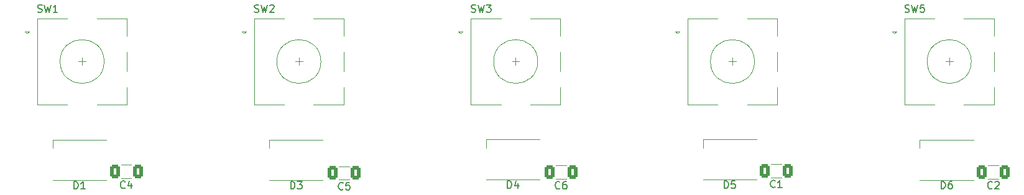
<source format=gto>
%TF.GenerationSoftware,KiCad,Pcbnew,7.0.7*%
%TF.CreationDate,2024-03-19T10:01:58+01:00*%
%TF.ProjectId,Poly_UA_controller_5enc_5sw,506f6c79-5f55-4415-9f63-6f6e74726f6c,rev?*%
%TF.SameCoordinates,Original*%
%TF.FileFunction,Legend,Top*%
%TF.FilePolarity,Positive*%
%FSLAX46Y46*%
G04 Gerber Fmt 4.6, Leading zero omitted, Abs format (unit mm)*
G04 Created by KiCad (PCBNEW 7.0.7) date 2024-03-19 10:01:58*
%MOMM*%
%LPD*%
G01*
G04 APERTURE LIST*
G04 Aperture macros list*
%AMRoundRect*
0 Rectangle with rounded corners*
0 $1 Rounding radius*
0 $2 $3 $4 $5 $6 $7 $8 $9 X,Y pos of 4 corners*
0 Add a 4 corners polygon primitive as box body*
4,1,4,$2,$3,$4,$5,$6,$7,$8,$9,$2,$3,0*
0 Add four circle primitives for the rounded corners*
1,1,$1+$1,$2,$3*
1,1,$1+$1,$4,$5*
1,1,$1+$1,$6,$7*
1,1,$1+$1,$8,$9*
0 Add four rect primitives between the rounded corners*
20,1,$1+$1,$2,$3,$4,$5,0*
20,1,$1+$1,$4,$5,$6,$7,0*
20,1,$1+$1,$6,$7,$8,$9,0*
20,1,$1+$1,$8,$9,$2,$3,0*%
G04 Aperture macros list end*
%ADD10C,0.150000*%
%ADD11C,0.120000*%
%ADD12R,1.700000X1.700000*%
%ADD13O,1.700000X1.700000*%
%ADD14R,1.500000X1.000000*%
%ADD15R,2.000000X2.000000*%
%ADD16C,2.000000*%
%ADD17R,3.200000X2.000000*%
%ADD18RoundRect,0.250000X0.412500X0.650000X-0.412500X0.650000X-0.412500X-0.650000X0.412500X-0.650000X0*%
G04 APERTURE END LIST*
D10*
X212005955Y-60241419D02*
X212005955Y-59241419D01*
X212005955Y-59241419D02*
X212244050Y-59241419D01*
X212244050Y-59241419D02*
X212386907Y-59289038D01*
X212386907Y-59289038D02*
X212482145Y-59384276D01*
X212482145Y-59384276D02*
X212529764Y-59479514D01*
X212529764Y-59479514D02*
X212577383Y-59669990D01*
X212577383Y-59669990D02*
X212577383Y-59812847D01*
X212577383Y-59812847D02*
X212529764Y-60003323D01*
X212529764Y-60003323D02*
X212482145Y-60098561D01*
X212482145Y-60098561D02*
X212386907Y-60193800D01*
X212386907Y-60193800D02*
X212244050Y-60241419D01*
X212244050Y-60241419D02*
X212005955Y-60241419D01*
X213482145Y-59241419D02*
X213005955Y-59241419D01*
X213005955Y-59241419D02*
X212958336Y-59717609D01*
X212958336Y-59717609D02*
X213005955Y-59669990D01*
X213005955Y-59669990D02*
X213101193Y-59622371D01*
X213101193Y-59622371D02*
X213339288Y-59622371D01*
X213339288Y-59622371D02*
X213434526Y-59669990D01*
X213434526Y-59669990D02*
X213482145Y-59717609D01*
X213482145Y-59717609D02*
X213529764Y-59812847D01*
X213529764Y-59812847D02*
X213529764Y-60050942D01*
X213529764Y-60050942D02*
X213482145Y-60146180D01*
X213482145Y-60146180D02*
X213434526Y-60193800D01*
X213434526Y-60193800D02*
X213339288Y-60241419D01*
X213339288Y-60241419D02*
X213101193Y-60241419D01*
X213101193Y-60241419D02*
X213005955Y-60193800D01*
X213005955Y-60193800D02*
X212958336Y-60146180D01*
X177564567Y-36107800D02*
X177707424Y-36155419D01*
X177707424Y-36155419D02*
X177945519Y-36155419D01*
X177945519Y-36155419D02*
X178040757Y-36107800D01*
X178040757Y-36107800D02*
X178088376Y-36060180D01*
X178088376Y-36060180D02*
X178135995Y-35964942D01*
X178135995Y-35964942D02*
X178135995Y-35869704D01*
X178135995Y-35869704D02*
X178088376Y-35774466D01*
X178088376Y-35774466D02*
X178040757Y-35726847D01*
X178040757Y-35726847D02*
X177945519Y-35679228D01*
X177945519Y-35679228D02*
X177755043Y-35631609D01*
X177755043Y-35631609D02*
X177659805Y-35583990D01*
X177659805Y-35583990D02*
X177612186Y-35536371D01*
X177612186Y-35536371D02*
X177564567Y-35441133D01*
X177564567Y-35441133D02*
X177564567Y-35345895D01*
X177564567Y-35345895D02*
X177612186Y-35250657D01*
X177612186Y-35250657D02*
X177659805Y-35203038D01*
X177659805Y-35203038D02*
X177755043Y-35155419D01*
X177755043Y-35155419D02*
X177993138Y-35155419D01*
X177993138Y-35155419D02*
X178135995Y-35203038D01*
X178469329Y-35155419D02*
X178707424Y-36155419D01*
X178707424Y-36155419D02*
X178897900Y-35441133D01*
X178897900Y-35441133D02*
X179088376Y-36155419D01*
X179088376Y-36155419D02*
X179326472Y-35155419D01*
X179612186Y-35155419D02*
X180231233Y-35155419D01*
X180231233Y-35155419D02*
X179897900Y-35536371D01*
X179897900Y-35536371D02*
X180040757Y-35536371D01*
X180040757Y-35536371D02*
X180135995Y-35583990D01*
X180135995Y-35583990D02*
X180183614Y-35631609D01*
X180183614Y-35631609D02*
X180231233Y-35726847D01*
X180231233Y-35726847D02*
X180231233Y-35964942D01*
X180231233Y-35964942D02*
X180183614Y-36060180D01*
X180183614Y-36060180D02*
X180135995Y-36107800D01*
X180135995Y-36107800D02*
X180040757Y-36155419D01*
X180040757Y-36155419D02*
X179755043Y-36155419D01*
X179755043Y-36155419D02*
X179659805Y-36107800D01*
X179659805Y-36107800D02*
X179612186Y-36060180D01*
X241540905Y-60291819D02*
X241540905Y-59291819D01*
X241540905Y-59291819D02*
X241779000Y-59291819D01*
X241779000Y-59291819D02*
X241921857Y-59339438D01*
X241921857Y-59339438D02*
X242017095Y-59434676D01*
X242017095Y-59434676D02*
X242064714Y-59529914D01*
X242064714Y-59529914D02*
X242112333Y-59720390D01*
X242112333Y-59720390D02*
X242112333Y-59863247D01*
X242112333Y-59863247D02*
X242064714Y-60053723D01*
X242064714Y-60053723D02*
X242017095Y-60148961D01*
X242017095Y-60148961D02*
X241921857Y-60244200D01*
X241921857Y-60244200D02*
X241779000Y-60291819D01*
X241779000Y-60291819D02*
X241540905Y-60291819D01*
X242969476Y-59291819D02*
X242779000Y-59291819D01*
X242779000Y-59291819D02*
X242683762Y-59339438D01*
X242683762Y-59339438D02*
X242636143Y-59387057D01*
X242636143Y-59387057D02*
X242540905Y-59529914D01*
X242540905Y-59529914D02*
X242493286Y-59720390D01*
X242493286Y-59720390D02*
X242493286Y-60101342D01*
X242493286Y-60101342D02*
X242540905Y-60196580D01*
X242540905Y-60196580D02*
X242588524Y-60244200D01*
X242588524Y-60244200D02*
X242683762Y-60291819D01*
X242683762Y-60291819D02*
X242874238Y-60291819D01*
X242874238Y-60291819D02*
X242969476Y-60244200D01*
X242969476Y-60244200D02*
X243017095Y-60196580D01*
X243017095Y-60196580D02*
X243064714Y-60101342D01*
X243064714Y-60101342D02*
X243064714Y-59863247D01*
X243064714Y-59863247D02*
X243017095Y-59768009D01*
X243017095Y-59768009D02*
X242969476Y-59720390D01*
X242969476Y-59720390D02*
X242874238Y-59672771D01*
X242874238Y-59672771D02*
X242683762Y-59672771D01*
X242683762Y-59672771D02*
X242588524Y-59720390D01*
X242588524Y-59720390D02*
X242540905Y-59768009D01*
X242540905Y-59768009D02*
X242493286Y-59863247D01*
X148043417Y-36107800D02*
X148186274Y-36155419D01*
X148186274Y-36155419D02*
X148424369Y-36155419D01*
X148424369Y-36155419D02*
X148519607Y-36107800D01*
X148519607Y-36107800D02*
X148567226Y-36060180D01*
X148567226Y-36060180D02*
X148614845Y-35964942D01*
X148614845Y-35964942D02*
X148614845Y-35869704D01*
X148614845Y-35869704D02*
X148567226Y-35774466D01*
X148567226Y-35774466D02*
X148519607Y-35726847D01*
X148519607Y-35726847D02*
X148424369Y-35679228D01*
X148424369Y-35679228D02*
X148233893Y-35631609D01*
X148233893Y-35631609D02*
X148138655Y-35583990D01*
X148138655Y-35583990D02*
X148091036Y-35536371D01*
X148091036Y-35536371D02*
X148043417Y-35441133D01*
X148043417Y-35441133D02*
X148043417Y-35345895D01*
X148043417Y-35345895D02*
X148091036Y-35250657D01*
X148091036Y-35250657D02*
X148138655Y-35203038D01*
X148138655Y-35203038D02*
X148233893Y-35155419D01*
X148233893Y-35155419D02*
X148471988Y-35155419D01*
X148471988Y-35155419D02*
X148614845Y-35203038D01*
X148948179Y-35155419D02*
X149186274Y-36155419D01*
X149186274Y-36155419D02*
X149376750Y-35441133D01*
X149376750Y-35441133D02*
X149567226Y-36155419D01*
X149567226Y-36155419D02*
X149805322Y-35155419D01*
X150138655Y-35250657D02*
X150186274Y-35203038D01*
X150186274Y-35203038D02*
X150281512Y-35155419D01*
X150281512Y-35155419D02*
X150519607Y-35155419D01*
X150519607Y-35155419D02*
X150614845Y-35203038D01*
X150614845Y-35203038D02*
X150662464Y-35250657D01*
X150662464Y-35250657D02*
X150710083Y-35345895D01*
X150710083Y-35345895D02*
X150710083Y-35441133D01*
X150710083Y-35441133D02*
X150662464Y-35583990D01*
X150662464Y-35583990D02*
X150091036Y-36155419D01*
X150091036Y-36155419D02*
X150710083Y-36155419D01*
X130402433Y-60146980D02*
X130354814Y-60194600D01*
X130354814Y-60194600D02*
X130211957Y-60242219D01*
X130211957Y-60242219D02*
X130116719Y-60242219D01*
X130116719Y-60242219D02*
X129973862Y-60194600D01*
X129973862Y-60194600D02*
X129878624Y-60099361D01*
X129878624Y-60099361D02*
X129831005Y-60004123D01*
X129831005Y-60004123D02*
X129783386Y-59813647D01*
X129783386Y-59813647D02*
X129783386Y-59670790D01*
X129783386Y-59670790D02*
X129831005Y-59480314D01*
X129831005Y-59480314D02*
X129878624Y-59385076D01*
X129878624Y-59385076D02*
X129973862Y-59289838D01*
X129973862Y-59289838D02*
X130116719Y-59242219D01*
X130116719Y-59242219D02*
X130211957Y-59242219D01*
X130211957Y-59242219D02*
X130354814Y-59289838D01*
X130354814Y-59289838D02*
X130402433Y-59337457D01*
X131259576Y-59575552D02*
X131259576Y-60242219D01*
X131021481Y-59194600D02*
X130783386Y-59908885D01*
X130783386Y-59908885D02*
X131402433Y-59908885D01*
X248487033Y-60223180D02*
X248439414Y-60270800D01*
X248439414Y-60270800D02*
X248296557Y-60318419D01*
X248296557Y-60318419D02*
X248201319Y-60318419D01*
X248201319Y-60318419D02*
X248058462Y-60270800D01*
X248058462Y-60270800D02*
X247963224Y-60175561D01*
X247963224Y-60175561D02*
X247915605Y-60080323D01*
X247915605Y-60080323D02*
X247867986Y-59889847D01*
X247867986Y-59889847D02*
X247867986Y-59746990D01*
X247867986Y-59746990D02*
X247915605Y-59556514D01*
X247915605Y-59556514D02*
X247963224Y-59461276D01*
X247963224Y-59461276D02*
X248058462Y-59366038D01*
X248058462Y-59366038D02*
X248201319Y-59318419D01*
X248201319Y-59318419D02*
X248296557Y-59318419D01*
X248296557Y-59318419D02*
X248439414Y-59366038D01*
X248439414Y-59366038D02*
X248487033Y-59413657D01*
X248867986Y-59413657D02*
X248915605Y-59366038D01*
X248915605Y-59366038D02*
X249010843Y-59318419D01*
X249010843Y-59318419D02*
X249248938Y-59318419D01*
X249248938Y-59318419D02*
X249344176Y-59366038D01*
X249344176Y-59366038D02*
X249391795Y-59413657D01*
X249391795Y-59413657D02*
X249439414Y-59508895D01*
X249439414Y-59508895D02*
X249439414Y-59604133D01*
X249439414Y-59604133D02*
X249391795Y-59746990D01*
X249391795Y-59746990D02*
X248820367Y-60318419D01*
X248820367Y-60318419D02*
X249439414Y-60318419D01*
X182484805Y-60241419D02*
X182484805Y-59241419D01*
X182484805Y-59241419D02*
X182722900Y-59241419D01*
X182722900Y-59241419D02*
X182865757Y-59289038D01*
X182865757Y-59289038D02*
X182960995Y-59384276D01*
X182960995Y-59384276D02*
X183008614Y-59479514D01*
X183008614Y-59479514D02*
X183056233Y-59669990D01*
X183056233Y-59669990D02*
X183056233Y-59812847D01*
X183056233Y-59812847D02*
X183008614Y-60003323D01*
X183008614Y-60003323D02*
X182960995Y-60098561D01*
X182960995Y-60098561D02*
X182865757Y-60193800D01*
X182865757Y-60193800D02*
X182722900Y-60241419D01*
X182722900Y-60241419D02*
X182484805Y-60241419D01*
X183913376Y-59574752D02*
X183913376Y-60241419D01*
X183675281Y-59193800D02*
X183437186Y-59908085D01*
X183437186Y-59908085D02*
X184056233Y-59908085D01*
X189609833Y-60223180D02*
X189562214Y-60270800D01*
X189562214Y-60270800D02*
X189419357Y-60318419D01*
X189419357Y-60318419D02*
X189324119Y-60318419D01*
X189324119Y-60318419D02*
X189181262Y-60270800D01*
X189181262Y-60270800D02*
X189086024Y-60175561D01*
X189086024Y-60175561D02*
X189038405Y-60080323D01*
X189038405Y-60080323D02*
X188990786Y-59889847D01*
X188990786Y-59889847D02*
X188990786Y-59746990D01*
X188990786Y-59746990D02*
X189038405Y-59556514D01*
X189038405Y-59556514D02*
X189086024Y-59461276D01*
X189086024Y-59461276D02*
X189181262Y-59366038D01*
X189181262Y-59366038D02*
X189324119Y-59318419D01*
X189324119Y-59318419D02*
X189419357Y-59318419D01*
X189419357Y-59318419D02*
X189562214Y-59366038D01*
X189562214Y-59366038D02*
X189609833Y-59413657D01*
X190466976Y-59318419D02*
X190276500Y-59318419D01*
X190276500Y-59318419D02*
X190181262Y-59366038D01*
X190181262Y-59366038D02*
X190133643Y-59413657D01*
X190133643Y-59413657D02*
X190038405Y-59556514D01*
X190038405Y-59556514D02*
X189990786Y-59746990D01*
X189990786Y-59746990D02*
X189990786Y-60127942D01*
X189990786Y-60127942D02*
X190038405Y-60223180D01*
X190038405Y-60223180D02*
X190086024Y-60270800D01*
X190086024Y-60270800D02*
X190181262Y-60318419D01*
X190181262Y-60318419D02*
X190371738Y-60318419D01*
X190371738Y-60318419D02*
X190466976Y-60270800D01*
X190466976Y-60270800D02*
X190514595Y-60223180D01*
X190514595Y-60223180D02*
X190562214Y-60127942D01*
X190562214Y-60127942D02*
X190562214Y-59889847D01*
X190562214Y-59889847D02*
X190514595Y-59794609D01*
X190514595Y-59794609D02*
X190466976Y-59746990D01*
X190466976Y-59746990D02*
X190371738Y-59699371D01*
X190371738Y-59699371D02*
X190181262Y-59699371D01*
X190181262Y-59699371D02*
X190086024Y-59746990D01*
X190086024Y-59746990D02*
X190038405Y-59794609D01*
X190038405Y-59794609D02*
X189990786Y-59889847D01*
X160094233Y-60350180D02*
X160046614Y-60397800D01*
X160046614Y-60397800D02*
X159903757Y-60445419D01*
X159903757Y-60445419D02*
X159808519Y-60445419D01*
X159808519Y-60445419D02*
X159665662Y-60397800D01*
X159665662Y-60397800D02*
X159570424Y-60302561D01*
X159570424Y-60302561D02*
X159522805Y-60207323D01*
X159522805Y-60207323D02*
X159475186Y-60016847D01*
X159475186Y-60016847D02*
X159475186Y-59873990D01*
X159475186Y-59873990D02*
X159522805Y-59683514D01*
X159522805Y-59683514D02*
X159570424Y-59588276D01*
X159570424Y-59588276D02*
X159665662Y-59493038D01*
X159665662Y-59493038D02*
X159808519Y-59445419D01*
X159808519Y-59445419D02*
X159903757Y-59445419D01*
X159903757Y-59445419D02*
X160046614Y-59493038D01*
X160046614Y-59493038D02*
X160094233Y-59540657D01*
X160998995Y-59445419D02*
X160522805Y-59445419D01*
X160522805Y-59445419D02*
X160475186Y-59921609D01*
X160475186Y-59921609D02*
X160522805Y-59873990D01*
X160522805Y-59873990D02*
X160618043Y-59826371D01*
X160618043Y-59826371D02*
X160856138Y-59826371D01*
X160856138Y-59826371D02*
X160951376Y-59873990D01*
X160951376Y-59873990D02*
X160998995Y-59921609D01*
X160998995Y-59921609D02*
X161046614Y-60016847D01*
X161046614Y-60016847D02*
X161046614Y-60254942D01*
X161046614Y-60254942D02*
X160998995Y-60350180D01*
X160998995Y-60350180D02*
X160951376Y-60397800D01*
X160951376Y-60397800D02*
X160856138Y-60445419D01*
X160856138Y-60445419D02*
X160618043Y-60445419D01*
X160618043Y-60445419D02*
X160522805Y-60397800D01*
X160522805Y-60397800D02*
X160475186Y-60350180D01*
X152963655Y-60317619D02*
X152963655Y-59317619D01*
X152963655Y-59317619D02*
X153201750Y-59317619D01*
X153201750Y-59317619D02*
X153344607Y-59365238D01*
X153344607Y-59365238D02*
X153439845Y-59460476D01*
X153439845Y-59460476D02*
X153487464Y-59555714D01*
X153487464Y-59555714D02*
X153535083Y-59746190D01*
X153535083Y-59746190D02*
X153535083Y-59889047D01*
X153535083Y-59889047D02*
X153487464Y-60079523D01*
X153487464Y-60079523D02*
X153439845Y-60174761D01*
X153439845Y-60174761D02*
X153344607Y-60270000D01*
X153344607Y-60270000D02*
X153201750Y-60317619D01*
X153201750Y-60317619D02*
X152963655Y-60317619D01*
X153868417Y-59317619D02*
X154487464Y-59317619D01*
X154487464Y-59317619D02*
X154154131Y-59698571D01*
X154154131Y-59698571D02*
X154296988Y-59698571D01*
X154296988Y-59698571D02*
X154392226Y-59746190D01*
X154392226Y-59746190D02*
X154439845Y-59793809D01*
X154439845Y-59793809D02*
X154487464Y-59889047D01*
X154487464Y-59889047D02*
X154487464Y-60127142D01*
X154487464Y-60127142D02*
X154439845Y-60222380D01*
X154439845Y-60222380D02*
X154392226Y-60270000D01*
X154392226Y-60270000D02*
X154296988Y-60317619D01*
X154296988Y-60317619D02*
X154011274Y-60317619D01*
X154011274Y-60317619D02*
X153916036Y-60270000D01*
X153916036Y-60270000D02*
X153868417Y-60222380D01*
X123442505Y-60317619D02*
X123442505Y-59317619D01*
X123442505Y-59317619D02*
X123680600Y-59317619D01*
X123680600Y-59317619D02*
X123823457Y-59365238D01*
X123823457Y-59365238D02*
X123918695Y-59460476D01*
X123918695Y-59460476D02*
X123966314Y-59555714D01*
X123966314Y-59555714D02*
X124013933Y-59746190D01*
X124013933Y-59746190D02*
X124013933Y-59889047D01*
X124013933Y-59889047D02*
X123966314Y-60079523D01*
X123966314Y-60079523D02*
X123918695Y-60174761D01*
X123918695Y-60174761D02*
X123823457Y-60270000D01*
X123823457Y-60270000D02*
X123680600Y-60317619D01*
X123680600Y-60317619D02*
X123442505Y-60317619D01*
X124966314Y-60317619D02*
X124394886Y-60317619D01*
X124680600Y-60317619D02*
X124680600Y-59317619D01*
X124680600Y-59317619D02*
X124585362Y-59460476D01*
X124585362Y-59460476D02*
X124490124Y-59555714D01*
X124490124Y-59555714D02*
X124394886Y-59603333D01*
X218920633Y-60045380D02*
X218873014Y-60093000D01*
X218873014Y-60093000D02*
X218730157Y-60140619D01*
X218730157Y-60140619D02*
X218634919Y-60140619D01*
X218634919Y-60140619D02*
X218492062Y-60093000D01*
X218492062Y-60093000D02*
X218396824Y-59997761D01*
X218396824Y-59997761D02*
X218349205Y-59902523D01*
X218349205Y-59902523D02*
X218301586Y-59712047D01*
X218301586Y-59712047D02*
X218301586Y-59569190D01*
X218301586Y-59569190D02*
X218349205Y-59378714D01*
X218349205Y-59378714D02*
X218396824Y-59283476D01*
X218396824Y-59283476D02*
X218492062Y-59188238D01*
X218492062Y-59188238D02*
X218634919Y-59140619D01*
X218634919Y-59140619D02*
X218730157Y-59140619D01*
X218730157Y-59140619D02*
X218873014Y-59188238D01*
X218873014Y-59188238D02*
X218920633Y-59235857D01*
X219873014Y-60140619D02*
X219301586Y-60140619D01*
X219587300Y-60140619D02*
X219587300Y-59140619D01*
X219587300Y-59140619D02*
X219492062Y-59283476D01*
X219492062Y-59283476D02*
X219396824Y-59378714D01*
X219396824Y-59378714D02*
X219301586Y-59426333D01*
X236606867Y-36107800D02*
X236749724Y-36155419D01*
X236749724Y-36155419D02*
X236987819Y-36155419D01*
X236987819Y-36155419D02*
X237083057Y-36107800D01*
X237083057Y-36107800D02*
X237130676Y-36060180D01*
X237130676Y-36060180D02*
X237178295Y-35964942D01*
X237178295Y-35964942D02*
X237178295Y-35869704D01*
X237178295Y-35869704D02*
X237130676Y-35774466D01*
X237130676Y-35774466D02*
X237083057Y-35726847D01*
X237083057Y-35726847D02*
X236987819Y-35679228D01*
X236987819Y-35679228D02*
X236797343Y-35631609D01*
X236797343Y-35631609D02*
X236702105Y-35583990D01*
X236702105Y-35583990D02*
X236654486Y-35536371D01*
X236654486Y-35536371D02*
X236606867Y-35441133D01*
X236606867Y-35441133D02*
X236606867Y-35345895D01*
X236606867Y-35345895D02*
X236654486Y-35250657D01*
X236654486Y-35250657D02*
X236702105Y-35203038D01*
X236702105Y-35203038D02*
X236797343Y-35155419D01*
X236797343Y-35155419D02*
X237035438Y-35155419D01*
X237035438Y-35155419D02*
X237178295Y-35203038D01*
X237511629Y-35155419D02*
X237749724Y-36155419D01*
X237749724Y-36155419D02*
X237940200Y-35441133D01*
X237940200Y-35441133D02*
X238130676Y-36155419D01*
X238130676Y-36155419D02*
X238368772Y-35155419D01*
X239225914Y-35155419D02*
X238749724Y-35155419D01*
X238749724Y-35155419D02*
X238702105Y-35631609D01*
X238702105Y-35631609D02*
X238749724Y-35583990D01*
X238749724Y-35583990D02*
X238844962Y-35536371D01*
X238844962Y-35536371D02*
X239083057Y-35536371D01*
X239083057Y-35536371D02*
X239178295Y-35583990D01*
X239178295Y-35583990D02*
X239225914Y-35631609D01*
X239225914Y-35631609D02*
X239273533Y-35726847D01*
X239273533Y-35726847D02*
X239273533Y-35964942D01*
X239273533Y-35964942D02*
X239225914Y-36060180D01*
X239225914Y-36060180D02*
X239178295Y-36107800D01*
X239178295Y-36107800D02*
X239083057Y-36155419D01*
X239083057Y-36155419D02*
X238844962Y-36155419D01*
X238844962Y-36155419D02*
X238749724Y-36107800D01*
X238749724Y-36107800D02*
X238702105Y-36060180D01*
X118522267Y-36107800D02*
X118665124Y-36155419D01*
X118665124Y-36155419D02*
X118903219Y-36155419D01*
X118903219Y-36155419D02*
X118998457Y-36107800D01*
X118998457Y-36107800D02*
X119046076Y-36060180D01*
X119046076Y-36060180D02*
X119093695Y-35964942D01*
X119093695Y-35964942D02*
X119093695Y-35869704D01*
X119093695Y-35869704D02*
X119046076Y-35774466D01*
X119046076Y-35774466D02*
X118998457Y-35726847D01*
X118998457Y-35726847D02*
X118903219Y-35679228D01*
X118903219Y-35679228D02*
X118712743Y-35631609D01*
X118712743Y-35631609D02*
X118617505Y-35583990D01*
X118617505Y-35583990D02*
X118569886Y-35536371D01*
X118569886Y-35536371D02*
X118522267Y-35441133D01*
X118522267Y-35441133D02*
X118522267Y-35345895D01*
X118522267Y-35345895D02*
X118569886Y-35250657D01*
X118569886Y-35250657D02*
X118617505Y-35203038D01*
X118617505Y-35203038D02*
X118712743Y-35155419D01*
X118712743Y-35155419D02*
X118950838Y-35155419D01*
X118950838Y-35155419D02*
X119093695Y-35203038D01*
X119427029Y-35155419D02*
X119665124Y-36155419D01*
X119665124Y-36155419D02*
X119855600Y-35441133D01*
X119855600Y-35441133D02*
X120046076Y-36155419D01*
X120046076Y-36155419D02*
X120284172Y-35155419D01*
X121188933Y-36155419D02*
X120617505Y-36155419D01*
X120903219Y-36155419D02*
X120903219Y-35155419D01*
X120903219Y-35155419D02*
X120807981Y-35298276D01*
X120807981Y-35298276D02*
X120712743Y-35393514D01*
X120712743Y-35393514D02*
X120617505Y-35441133D01*
D11*
%TO.C,D5*%
X216394050Y-59036600D02*
X209094050Y-59036600D01*
X216394050Y-53536600D02*
X209094050Y-53536600D01*
X209094050Y-53536600D02*
X209094050Y-54686600D01*
%TO.C,SW3*%
X175797900Y-38800600D02*
X176397900Y-38800600D01*
X176097900Y-39100600D02*
X175797900Y-38800600D01*
X176397900Y-38800600D02*
X176097900Y-39100600D01*
X177497900Y-37000600D02*
X177497900Y-48800600D01*
X181597900Y-37000600D02*
X177497900Y-37000600D01*
X181597900Y-48800600D02*
X177497900Y-48800600D01*
X183097900Y-42900600D02*
X184097900Y-42900600D01*
X183597900Y-42400600D02*
X183597900Y-43400600D01*
X185597900Y-37000600D02*
X189697900Y-37000600D01*
X189697900Y-37000600D02*
X189697900Y-39400600D01*
X189697900Y-41600600D02*
X189697900Y-44200600D01*
X189697900Y-46400600D02*
X189697900Y-48800600D01*
X189697900Y-48800600D02*
X185597900Y-48800600D01*
X186597900Y-42900600D02*
G75*
G03*
X186597900Y-42900600I-3000000J0D01*
G01*
%TO.C,D6*%
X245929000Y-59087000D02*
X238629000Y-59087000D01*
X245929000Y-53587000D02*
X238629000Y-53587000D01*
X238629000Y-53587000D02*
X238629000Y-54737000D01*
%TO.C,SW2*%
X146276750Y-38800600D02*
X146876750Y-38800600D01*
X146576750Y-39100600D02*
X146276750Y-38800600D01*
X146876750Y-38800600D02*
X146576750Y-39100600D01*
X147976750Y-37000600D02*
X147976750Y-48800600D01*
X152076750Y-37000600D02*
X147976750Y-37000600D01*
X152076750Y-48800600D02*
X147976750Y-48800600D01*
X153576750Y-42900600D02*
X154576750Y-42900600D01*
X154076750Y-42400600D02*
X154076750Y-43400600D01*
X156076750Y-37000600D02*
X160176750Y-37000600D01*
X160176750Y-37000600D02*
X160176750Y-39400600D01*
X160176750Y-41600600D02*
X160176750Y-44200600D01*
X160176750Y-46400600D02*
X160176750Y-48800600D01*
X160176750Y-48800600D02*
X156076750Y-48800600D01*
X157076750Y-42900600D02*
G75*
G03*
X157076750Y-42900600I-3000000J0D01*
G01*
%TO.C,C4*%
X131280352Y-58847400D02*
X129857848Y-58847400D01*
X131280352Y-57027400D02*
X129857848Y-57027400D01*
%TO.C,C2*%
X249364952Y-58923600D02*
X247942448Y-58923600D01*
X249364952Y-57103600D02*
X247942448Y-57103600D01*
%TO.C,D4*%
X186872900Y-59036600D02*
X179572900Y-59036600D01*
X186872900Y-53536600D02*
X179572900Y-53536600D01*
X179572900Y-53536600D02*
X179572900Y-54686600D01*
%TO.C,C6*%
X190487752Y-58923600D02*
X189065248Y-58923600D01*
X190487752Y-57103600D02*
X189065248Y-57103600D01*
%TO.C,C5*%
X160972152Y-59050600D02*
X159549648Y-59050600D01*
X160972152Y-57230600D02*
X159549648Y-57230600D01*
%TO.C,D3*%
X157351750Y-59112800D02*
X150051750Y-59112800D01*
X157351750Y-53612800D02*
X150051750Y-53612800D01*
X150051750Y-53612800D02*
X150051750Y-54762800D01*
%TO.C,D1*%
X127830600Y-59112800D02*
X120530600Y-59112800D01*
X127830600Y-53612800D02*
X120530600Y-53612800D01*
X120530600Y-53612800D02*
X120530600Y-54762800D01*
%TO.C,C1*%
X219798552Y-58745800D02*
X218376048Y-58745800D01*
X219798552Y-56925800D02*
X218376048Y-56925800D01*
%TO.C,SW5*%
X234840200Y-38800600D02*
X235440200Y-38800600D01*
X235140200Y-39100600D02*
X234840200Y-38800600D01*
X235440200Y-38800600D02*
X235140200Y-39100600D01*
X236540200Y-37000600D02*
X236540200Y-48800600D01*
X240640200Y-37000600D02*
X236540200Y-37000600D01*
X240640200Y-48800600D02*
X236540200Y-48800600D01*
X242140200Y-42900600D02*
X243140200Y-42900600D01*
X242640200Y-42400600D02*
X242640200Y-43400600D01*
X244640200Y-37000600D02*
X248740200Y-37000600D01*
X248740200Y-37000600D02*
X248740200Y-39400600D01*
X248740200Y-41600600D02*
X248740200Y-44200600D01*
X248740200Y-46400600D02*
X248740200Y-48800600D01*
X248740200Y-48800600D02*
X244640200Y-48800600D01*
X245640200Y-42900600D02*
G75*
G03*
X245640200Y-42900600I-3000000J0D01*
G01*
%TO.C,SW1*%
X116755600Y-38800600D02*
X117355600Y-38800600D01*
X117055600Y-39100600D02*
X116755600Y-38800600D01*
X117355600Y-38800600D02*
X117055600Y-39100600D01*
X118455600Y-37000600D02*
X118455600Y-48800600D01*
X122555600Y-37000600D02*
X118455600Y-37000600D01*
X122555600Y-48800600D02*
X118455600Y-48800600D01*
X124055600Y-42900600D02*
X125055600Y-42900600D01*
X124555600Y-42400600D02*
X124555600Y-43400600D01*
X126555600Y-37000600D02*
X130655600Y-37000600D01*
X130655600Y-37000600D02*
X130655600Y-39400600D01*
X130655600Y-41600600D02*
X130655600Y-44200600D01*
X130655600Y-46400600D02*
X130655600Y-48800600D01*
X130655600Y-48800600D02*
X126555600Y-48800600D01*
X127555600Y-42900600D02*
G75*
G03*
X127555600Y-42900600I-3000000J0D01*
G01*
%TO.C,SW4*%
X205319050Y-38800600D02*
X205919050Y-38800600D01*
X205619050Y-39100600D02*
X205319050Y-38800600D01*
X205919050Y-38800600D02*
X205619050Y-39100600D01*
X207019050Y-37000600D02*
X207019050Y-48800600D01*
X211119050Y-37000600D02*
X207019050Y-37000600D01*
X211119050Y-48800600D02*
X207019050Y-48800600D01*
X212619050Y-42900600D02*
X213619050Y-42900600D01*
X213119050Y-42400600D02*
X213119050Y-43400600D01*
X215119050Y-37000600D02*
X219219050Y-37000600D01*
X219219050Y-37000600D02*
X219219050Y-39400600D01*
X219219050Y-41600600D02*
X219219050Y-44200600D01*
X219219050Y-46400600D02*
X219219050Y-48800600D01*
X219219050Y-48800600D02*
X215119050Y-48800600D01*
X216119050Y-42900600D02*
G75*
G03*
X216119050Y-42900600I-3000000J0D01*
G01*
%TD*%
%LPC*%
D12*
%TO.C,J8_POLY1*%
X126381000Y-18902600D03*
D13*
X123841000Y-18902600D03*
X126381000Y-21442600D03*
X123841000Y-21442600D03*
X126381000Y-23982600D03*
X123841000Y-23982600D03*
X126381000Y-26522600D03*
X123841000Y-26522600D03*
X126381000Y-29062600D03*
X123841000Y-29062600D03*
%TD*%
D14*
%TO.C,D5*%
X210294050Y-54686600D03*
X210294050Y-57886600D03*
X215194050Y-57886600D03*
X215194050Y-54686600D03*
%TD*%
D15*
%TO.C,SW3*%
X176097900Y-40400600D03*
D16*
X176097900Y-45400600D03*
X176097900Y-42900600D03*
D17*
X183597900Y-37300600D03*
X183597900Y-48500600D03*
D16*
X190597900Y-45400600D03*
X190597900Y-40400600D03*
%TD*%
D14*
%TO.C,D6*%
X239829000Y-54737000D03*
X239829000Y-57937000D03*
X244729000Y-57937000D03*
X244729000Y-54737000D03*
%TD*%
D15*
%TO.C,SW2*%
X146576750Y-40400600D03*
D16*
X146576750Y-45400600D03*
X146576750Y-42900600D03*
D17*
X154076750Y-37300600D03*
X154076750Y-48500600D03*
D16*
X161076750Y-45400600D03*
X161076750Y-40400600D03*
%TD*%
D18*
%TO.C,C4*%
X132131600Y-57937400D03*
X129006600Y-57937400D03*
%TD*%
%TO.C,C2*%
X250216200Y-58013600D03*
X247091200Y-58013600D03*
%TD*%
D14*
%TO.C,D4*%
X180772900Y-54686600D03*
X180772900Y-57886600D03*
X185672900Y-57886600D03*
X185672900Y-54686600D03*
%TD*%
D18*
%TO.C,C6*%
X191339000Y-58013600D03*
X188214000Y-58013600D03*
%TD*%
%TO.C,C5*%
X161823400Y-58140600D03*
X158698400Y-58140600D03*
%TD*%
D14*
%TO.C,D3*%
X151251750Y-54762800D03*
X151251750Y-57962800D03*
X156151750Y-57962800D03*
X156151750Y-54762800D03*
%TD*%
%TO.C,D1*%
X121730600Y-54762800D03*
X121730600Y-57962800D03*
X126630600Y-57962800D03*
X126630600Y-54762800D03*
%TD*%
D18*
%TO.C,C1*%
X220649800Y-57835800D03*
X217524800Y-57835800D03*
%TD*%
D15*
%TO.C,SW5*%
X235140200Y-40400600D03*
D16*
X235140200Y-45400600D03*
X235140200Y-42900600D03*
D17*
X242640200Y-37300600D03*
X242640200Y-48500600D03*
D16*
X249640200Y-45400600D03*
X249640200Y-40400600D03*
%TD*%
D15*
%TO.C,SW1*%
X117055600Y-40400600D03*
D16*
X117055600Y-45400600D03*
X117055600Y-42900600D03*
D17*
X124555600Y-37300600D03*
X124555600Y-48500600D03*
D16*
X131555600Y-45400600D03*
X131555600Y-40400600D03*
%TD*%
D15*
%TO.C,SW4*%
X205619050Y-40400600D03*
D16*
X205619050Y-45400600D03*
X205619050Y-42900600D03*
D17*
X213119050Y-37300600D03*
X213119050Y-48500600D03*
D16*
X220119050Y-45400600D03*
X220119050Y-40400600D03*
%TD*%
%LPD*%
M02*

</source>
